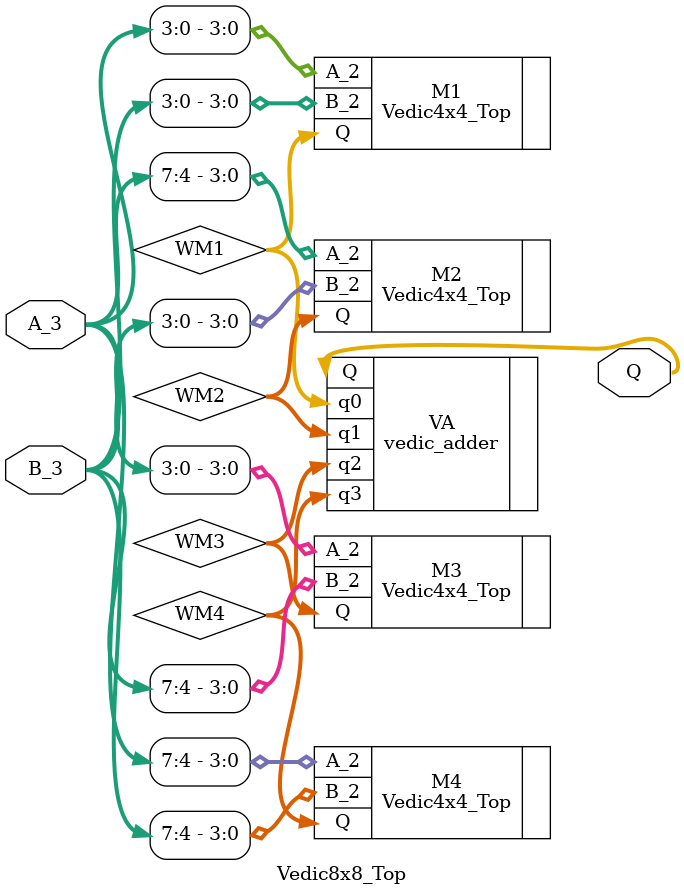
<source format=v>
module Vedic8x8_Top(
input         [7:0] A_3,
input         [7:0] B_3,
output        [15:0] Q

);

//internal signals(4output wires 2x2mul)

wire  [7:0]      WM1;
wire  [7:0]      WM2;
wire  [7:0]      WM3;
wire  [7:0]      WM4;


Vedic4x4_Top M1                  (.A_2(A_3[3:0]),.B_2(B_3[3:0]),.Q(WM1));

Vedic4x4_Top M2                  (.A_2(A_3[7:4]),.B_2(B_3[3:0]),.Q(WM2));

Vedic4x4_Top M3                  (.A_2(A_3[3:0]),.B_2(B_3[7:4]),.Q(WM3));

Vedic4x4_Top M4                  (.A_2(A_3[7:4]),.B_2(B_3[7:4]),.Q(WM4));

vedic_adder #(.MUL_Size(8))  VA     (.q0(WM1),.q1(WM2),.q2(WM3),.q3(WM4),.Q(Q));

endmodule
</source>
